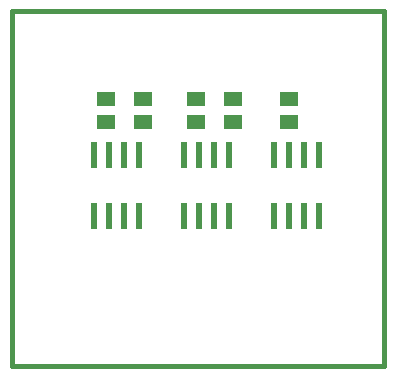
<source format=gbp>
G75*
%MOIN*%
%OFA0B0*%
%FSLAX25Y25*%
%IPPOS*%
%LPD*%
%AMOC8*
5,1,8,0,0,1.08239X$1,22.5*
%
%ADD10C,0.01600*%
%ADD11R,0.05906X0.05118*%
%ADD12R,0.02362X0.08661*%
D10*
X0008250Y0002200D02*
X0008250Y0120310D01*
X0132266Y0120310D01*
X0132266Y0002200D01*
X0008250Y0002200D01*
D11*
X0039500Y0083460D03*
X0039500Y0090940D03*
X0052000Y0090940D03*
X0052000Y0083460D03*
X0069500Y0083460D03*
X0069500Y0090940D03*
X0082000Y0090940D03*
X0082000Y0083460D03*
X0100750Y0083460D03*
X0100750Y0090940D03*
D12*
X0100750Y0072436D03*
X0105750Y0072436D03*
X0110750Y0072436D03*
X0095750Y0072436D03*
X0080750Y0072436D03*
X0075750Y0072436D03*
X0070750Y0072436D03*
X0065750Y0072436D03*
X0050750Y0072436D03*
X0045750Y0072436D03*
X0040750Y0072436D03*
X0035750Y0072436D03*
X0035750Y0051964D03*
X0040750Y0051964D03*
X0045750Y0051964D03*
X0050750Y0051964D03*
X0065750Y0051964D03*
X0070750Y0051964D03*
X0075750Y0051964D03*
X0080750Y0051964D03*
X0095750Y0051964D03*
X0100750Y0051964D03*
X0105750Y0051964D03*
X0110750Y0051964D03*
M02*

</source>
